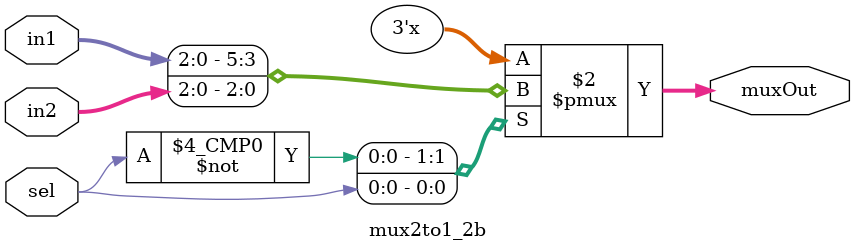
<source format=v>
module mux2to1_2b(input [2:0] in1,input [2:0] in2, input sel,output reg [2:0] muxOut);
  always@(in1,in2,sel)
  case(sel)
    1'b0: muxOut=in1;
    1'b1: muxOut=in2;
  endcase
endmodule
</source>
